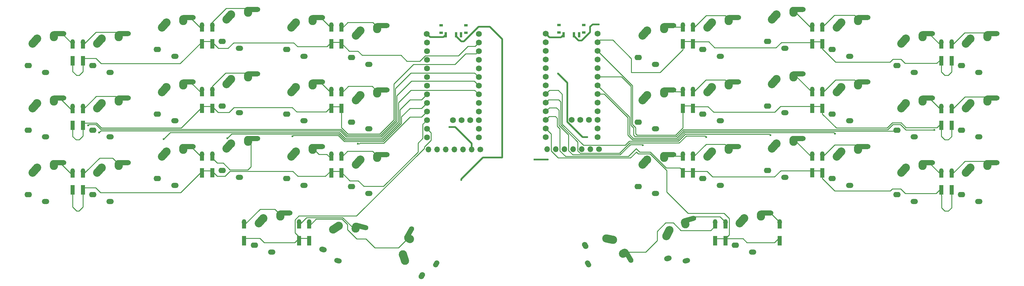
<source format=gbr>
%TF.GenerationSoftware,KiCad,Pcbnew,8.0.3*%
%TF.CreationDate,2024-08-02T01:30:14+01:00*%
%TF.ProjectId,corne-light-ice-trackball,636f726e-652d-46c6-9967-68742d696365,1.0*%
%TF.SameCoordinates,Original*%
%TF.FileFunction,Copper,L2,Bot*%
%TF.FilePolarity,Positive*%
%FSLAX46Y46*%
G04 Gerber Fmt 4.6, Leading zero omitted, Abs format (unit mm)*
G04 Created by KiCad (PCBNEW 8.0.3) date 2024-08-02 01:30:14*
%MOMM*%
%LPD*%
G01*
G04 APERTURE LIST*
G04 Aperture macros list*
%AMHorizOval*
0 Thick line with rounded ends*
0 $1 width*
0 $2 $3 position (X,Y) of the first rounded end (center of the circle)*
0 $4 $5 position (X,Y) of the second rounded end (center of the circle)*
0 Add line between two ends*
20,1,$1,$2,$3,$4,$5,0*
0 Add two circle primitives to create the rounded ends*
1,1,$1,$2,$3*
1,1,$1,$4,$5*%
G04 Aperture macros list end*
%TA.AperFunction,ComponentPad*%
%ADD10O,2.200000X1.600000*%
%TD*%
%TA.AperFunction,ComponentPad*%
%ADD11HorizOval,2.400000X-0.669131X-0.743145X0.669131X0.743145X0*%
%TD*%
%TA.AperFunction,ComponentPad*%
%ADD12C,2.400000*%
%TD*%
%TA.AperFunction,ComponentPad*%
%ADD13O,2.200000X1.500000*%
%TD*%
%TA.AperFunction,ComponentPad*%
%ADD14O,2.400000X2.950000*%
%TD*%
%TA.AperFunction,ComponentPad*%
%ADD15HorizOval,1.500000X1.449945X0.012653X-1.449945X-0.012653X0*%
%TD*%
%TA.AperFunction,ComponentPad*%
%ADD16HorizOval,1.600000X0.289778X0.077646X-0.289778X-0.077646X0*%
%TD*%
%TA.AperFunction,ComponentPad*%
%ADD17HorizOval,2.400000X-0.453990X-0.891007X0.453990X0.891007X0*%
%TD*%
%TA.AperFunction,ComponentPad*%
%ADD18HorizOval,1.500000X0.338074X0.090587X-0.338074X-0.090587X0*%
%TD*%
%TA.AperFunction,ComponentPad*%
%ADD19HorizOval,2.400000X-0.071175X0.265630X0.071175X-0.265630X0*%
%TD*%
%TA.AperFunction,ComponentPad*%
%ADD20HorizOval,1.500000X1.397264X0.387496X-1.397264X-0.387496X0*%
%TD*%
%TA.AperFunction,ComponentPad*%
%ADD21HorizOval,1.600000X0.150000X0.259808X-0.150000X-0.259808X0*%
%TD*%
%TA.AperFunction,ComponentPad*%
%ADD22HorizOval,2.400000X-0.309017X0.951057X0.309017X-0.951057X0*%
%TD*%
%TA.AperFunction,ComponentPad*%
%ADD23HorizOval,1.500000X0.175000X0.303109X-0.175000X-0.303109X0*%
%TD*%
%TA.AperFunction,ComponentPad*%
%ADD24HorizOval,2.400000X-0.238157X0.137500X0.238157X-0.137500X0*%
%TD*%
%TA.AperFunction,ComponentPad*%
%ADD25HorizOval,1.500000X0.714014X1.262016X-0.714014X-1.262016X0*%
%TD*%
%TA.AperFunction,ComponentPad*%
%ADD26HorizOval,1.600000X0.289778X-0.077646X-0.289778X0.077646X0*%
%TD*%
%TA.AperFunction,ComponentPad*%
%ADD27HorizOval,2.400000X-0.838671X-0.544639X0.838671X0.544639X0*%
%TD*%
%TA.AperFunction,ComponentPad*%
%ADD28HorizOval,1.500000X0.338074X-0.090587X-0.338074X0.090587X0*%
%TD*%
%TA.AperFunction,ComponentPad*%
%ADD29HorizOval,2.400000X-0.071175X-0.265630X0.071175X0.265630X0*%
%TD*%
%TA.AperFunction,ComponentPad*%
%ADD30HorizOval,1.500000X1.403814X-0.363051X-1.403814X0.363051X0*%
%TD*%
%TA.AperFunction,ComponentPad*%
%ADD31HorizOval,1.600000X0.150000X-0.259808X-0.150000X0.259808X0*%
%TD*%
%TA.AperFunction,ComponentPad*%
%ADD32HorizOval,2.400000X-0.978148X0.207912X0.978148X-0.207912X0*%
%TD*%
%TA.AperFunction,ComponentPad*%
%ADD33HorizOval,1.500000X0.175000X-0.303109X-0.175000X0.303109X0*%
%TD*%
%TA.AperFunction,ComponentPad*%
%ADD34HorizOval,2.400000X-0.238157X-0.137500X0.238157X0.137500X0*%
%TD*%
%TA.AperFunction,ComponentPad*%
%ADD35HorizOval,1.500000X0.735931X-1.249362X-0.735931X1.249362X0*%
%TD*%
%TA.AperFunction,ComponentPad*%
%ADD36C,1.700000*%
%TD*%
%TA.AperFunction,ComponentPad*%
%ADD37O,1.700000X1.700000*%
%TD*%
%TA.AperFunction,ComponentPad*%
%ADD38R,1.300000X1.778000*%
%TD*%
%TA.AperFunction,SMDPad,CuDef*%
%ADD39R,1.300000X1.400000*%
%TD*%
%TA.AperFunction,ComponentPad*%
%ADD40O,1.300000X1.778000*%
%TD*%
%TA.AperFunction,ComponentPad*%
%ADD41C,1.752600*%
%TD*%
%TA.AperFunction,SMDPad,CuDef*%
%ADD42R,0.700000X1.500000*%
%TD*%
%TA.AperFunction,SMDPad,CuDef*%
%ADD43R,1.000000X0.800000*%
%TD*%
%TA.AperFunction,ViaPad*%
%ADD44C,0.600000*%
%TD*%
%TA.AperFunction,Conductor*%
%ADD45C,0.250000*%
%TD*%
%TA.AperFunction,Conductor*%
%ADD46C,0.254000*%
%TD*%
%TA.AperFunction,Conductor*%
%ADD47C,0.500000*%
%TD*%
%TA.AperFunction,Conductor*%
%ADD48C,0.508000*%
%TD*%
G04 APERTURE END LIST*
D10*
%TO.P,SW22,1*%
%TO.N,col0_r*%
X216523000Y41865068D03*
D11*
X218492131Y49058213D03*
D12*
X219123000Y49765068D03*
D13*
%TO.P,SW22,2*%
%TO.N,Net-(D22-Pad2)*%
X221623000Y39865068D03*
D14*
X224123000Y50565068D03*
D15*
X225523042Y51305469D03*
%TD*%
D10*
%TO.P,SW23,1*%
%TO.N,col1_r*%
X197523000Y41865068D03*
D11*
X199492131Y49058213D03*
D12*
X200123000Y49765068D03*
D13*
%TO.P,SW23,2*%
%TO.N,Net-(D23-Pad2)*%
X202623000Y39865068D03*
D14*
X205123000Y50565068D03*
D15*
X206523042Y51305469D03*
%TD*%
D10*
%TO.P,SW24,1*%
%TO.N,col2_r*%
X178523000Y46615068D03*
D11*
X180492131Y53808213D03*
D12*
X181123000Y54515068D03*
D13*
%TO.P,SW24,2*%
%TO.N,Net-(D24-Pad2)*%
X183623000Y44615068D03*
D14*
X186123000Y55315068D03*
D15*
X187523042Y56055469D03*
%TD*%
D10*
%TO.P,SW25,1*%
%TO.N,col3_r*%
X159523000Y48990068D03*
D11*
X161492131Y56183213D03*
D12*
X162123000Y56890068D03*
D13*
%TO.P,SW25,2*%
%TO.N,Net-(D25-Pad2)*%
X164623000Y46990068D03*
D14*
X167123000Y57690068D03*
D15*
X168523042Y58430469D03*
%TD*%
D10*
%TO.P,SW26,1*%
%TO.N,col4_r*%
X140523000Y46615068D03*
D11*
X142492131Y53808213D03*
D12*
X143123000Y54515068D03*
D13*
%TO.P,SW26,2*%
%TO.N,Net-(D26-Pad2)*%
X145623000Y44615068D03*
D14*
X148123000Y55315068D03*
D15*
X149523042Y56055469D03*
%TD*%
D10*
%TO.P,SW27,1*%
%TO.N,col5_r*%
X121523000Y44240068D03*
D11*
X123492131Y51433213D03*
D12*
X124123000Y52140068D03*
D13*
%TO.P,SW27,2*%
%TO.N,Net-(D27-Pad2)*%
X126623000Y42240068D03*
D14*
X129123000Y52940068D03*
D15*
X130523042Y53680469D03*
%TD*%
D10*
%TO.P,SW28,1*%
%TO.N,col0_r*%
X216523000Y22865068D03*
D11*
X218492131Y30058213D03*
D12*
X219123000Y30765068D03*
D13*
%TO.P,SW28,2*%
%TO.N,Net-(D28-Pad2)*%
X221623000Y20865068D03*
D14*
X224123000Y31565068D03*
D15*
X225523042Y32305469D03*
%TD*%
D10*
%TO.P,SW29,1*%
%TO.N,col1_r*%
X197523000Y22865068D03*
D11*
X199492131Y30058213D03*
D12*
X200123000Y30765068D03*
D13*
%TO.P,SW29,2*%
%TO.N,Net-(D29-Pad2)*%
X202623000Y20865068D03*
D14*
X205123000Y31565068D03*
D15*
X206523042Y32305469D03*
%TD*%
D10*
%TO.P,SW30,1*%
%TO.N,col2_r*%
X178523000Y27615068D03*
D11*
X180492131Y34808213D03*
D12*
X181123000Y35515068D03*
D13*
%TO.P,SW30,2*%
%TO.N,Net-(D30-Pad2)*%
X183623000Y25615068D03*
D14*
X186123000Y36315068D03*
D15*
X187523042Y37055469D03*
%TD*%
D10*
%TO.P,SW31,1*%
%TO.N,col3_r*%
X159523000Y29990068D03*
D11*
X161492131Y37183213D03*
D12*
X162123000Y37890068D03*
D13*
%TO.P,SW31,2*%
%TO.N,Net-(D31-Pad2)*%
X164623000Y27990068D03*
D14*
X167123000Y38690068D03*
D15*
X168523042Y39430469D03*
%TD*%
D10*
%TO.P,SW32,1*%
%TO.N,col4_r*%
X140523000Y27615068D03*
D11*
X142492131Y34808213D03*
D12*
X143123000Y35515068D03*
D13*
%TO.P,SW32,2*%
%TO.N,Net-(D32-Pad2)*%
X145623000Y25615068D03*
D14*
X148123000Y36315068D03*
D15*
X149523042Y37055469D03*
%TD*%
D10*
%TO.P,SW33,1*%
%TO.N,col5_r*%
X121523000Y25240068D03*
D11*
X123492131Y32433213D03*
D12*
X124123000Y33140068D03*
D13*
%TO.P,SW33,2*%
%TO.N,Net-(D33-Pad2)*%
X126623000Y23240068D03*
D14*
X129123000Y33940068D03*
D15*
X130523042Y34680469D03*
%TD*%
D10*
%TO.P,SW34,1*%
%TO.N,col0_r*%
X216523000Y3865068D03*
D11*
X218492131Y11058213D03*
D12*
X219123000Y11765068D03*
D13*
%TO.P,SW34,2*%
%TO.N,Net-(D34-Pad2)*%
X221623000Y1865068D03*
D14*
X224123000Y12565068D03*
D15*
X225523042Y13305469D03*
%TD*%
D10*
%TO.P,SW35,1*%
%TO.N,col1_r*%
X197523000Y3865068D03*
D11*
X199492131Y11058213D03*
D12*
X200123000Y11765068D03*
D13*
%TO.P,SW35,2*%
%TO.N,Net-(D35-Pad2)*%
X202623000Y1865068D03*
D14*
X205123000Y12565068D03*
D15*
X206523042Y13305469D03*
%TD*%
D10*
%TO.P,SW36,1*%
%TO.N,col2_r*%
X178523000Y8615068D03*
D11*
X180492131Y15808213D03*
D12*
X181123000Y16515068D03*
D13*
%TO.P,SW36,2*%
%TO.N,Net-(D36-Pad2)*%
X183623000Y6615068D03*
D14*
X186123000Y17315068D03*
D15*
X187523042Y18055469D03*
%TD*%
D10*
%TO.P,SW37,1*%
%TO.N,col3_r*%
X159523000Y10990068D03*
D11*
X161492131Y18183213D03*
D12*
X162123000Y18890068D03*
D13*
%TO.P,SW37,2*%
%TO.N,Net-(D37-Pad2)*%
X164623000Y8990068D03*
D14*
X167123000Y19690068D03*
D15*
X168523042Y20430469D03*
%TD*%
D10*
%TO.P,SW38,1*%
%TO.N,col4_r*%
X140523000Y8615068D03*
D11*
X142492131Y15808213D03*
D12*
X143123000Y16515068D03*
D13*
%TO.P,SW38,2*%
%TO.N,Net-(D38-Pad2)*%
X145623000Y6615068D03*
D14*
X148123000Y17315068D03*
D15*
X149523042Y18055469D03*
%TD*%
D10*
%TO.P,SW40,1*%
%TO.N,col3_r*%
X150023000Y-11009932D03*
D11*
X151992131Y-3816787D03*
D12*
X152623000Y-3109932D03*
D13*
%TO.P,SW40,2*%
%TO.N,Net-(D40-Pad2)*%
X155123000Y-13009932D03*
D14*
X157623000Y-2309932D03*
D15*
X159023042Y-1569531D03*
%TD*%
D16*
%TO.P,SW41,1*%
%TO.N,col4_r*%
X130206173Y-14947020D03*
D17*
X130246483Y-7489327D03*
D12*
X130672909Y-6643276D03*
D18*
%TO.P,SW41,2*%
%TO.N,Net-(D41-Pad2)*%
X135650032Y-15558894D03*
D19*
X135295483Y-4576440D03*
D20*
X136456190Y-3498909D03*
%TD*%
D10*
%TO.P,SW39,1*%
%TO.N,col5_r*%
X121523000Y6240068D03*
D11*
X123492131Y13433213D03*
D12*
X124123000Y14140068D03*
D13*
%TO.P,SW39,2*%
%TO.N,Net-(D39-Pad2)*%
X126623000Y4240068D03*
D14*
X129123000Y14940068D03*
D15*
X130523042Y15680469D03*
%TD*%
D10*
%TO.P,SW6,1*%
%TO.N,col5*%
X37248000Y44240500D03*
D11*
X39217131Y51433645D03*
D12*
X39848000Y52140500D03*
D13*
%TO.P,SW6,2*%
%TO.N,Net-(D6-Pad2)*%
X42348000Y42240500D03*
D14*
X44848000Y52940500D03*
D15*
X46248042Y53680901D03*
%TD*%
D10*
%TO.P,SW5,1*%
%TO.N,col4*%
X18248000Y46615500D03*
D11*
X20217131Y53808645D03*
D12*
X20848000Y54515500D03*
D13*
%TO.P,SW5,2*%
%TO.N,Net-(D5-Pad2)*%
X23348000Y44615500D03*
D14*
X25848000Y55315500D03*
D15*
X27248042Y56055901D03*
%TD*%
D10*
%TO.P,SW4,1*%
%TO.N,col3*%
X-752000Y48990500D03*
D11*
X1217131Y56183645D03*
D12*
X1848000Y56890500D03*
D13*
%TO.P,SW4,2*%
%TO.N,Net-(D4-Pad2)*%
X4348000Y46990500D03*
D14*
X6848000Y57690500D03*
D15*
X8248042Y58430901D03*
%TD*%
D10*
%TO.P,SW3,1*%
%TO.N,col2*%
X-19752000Y46615500D03*
D11*
X-17782869Y53808645D03*
D12*
X-17152000Y54515500D03*
D13*
%TO.P,SW3,2*%
%TO.N,Net-(D3-Pad2)*%
X-14652000Y44615500D03*
D14*
X-12152000Y55315500D03*
D15*
X-10751958Y56055901D03*
%TD*%
D10*
%TO.P,SW2,1*%
%TO.N,col1*%
X-38752000Y41865500D03*
D11*
X-36782869Y49058645D03*
D12*
X-36152000Y49765500D03*
D13*
%TO.P,SW2,2*%
%TO.N,Net-(D2-Pad2)*%
X-33652000Y39865500D03*
D14*
X-31152000Y50565500D03*
D15*
X-29751958Y51305901D03*
%TD*%
D10*
%TO.P,SW18,1*%
%TO.N,col5*%
X37248000Y6240500D03*
D11*
X39217131Y13433645D03*
D12*
X39848000Y14140500D03*
D13*
%TO.P,SW18,2*%
%TO.N,Net-(D18-Pad2)*%
X42348000Y4240500D03*
D14*
X44848000Y14940500D03*
D15*
X46248042Y15680901D03*
%TD*%
D21*
%TO.P,SW21,1*%
%TO.N,col5*%
X57925499Y-19976230D03*
D22*
X52680618Y-14674340D03*
D12*
X52383898Y-13774564D03*
D23*
%TO.P,SW21,2*%
%TO.N,Net-(D21-Pad2)*%
X62207550Y-16559500D03*
D24*
X54191078Y-9044436D03*
D25*
X54249893Y-7461764D03*
%TD*%
D10*
%TO.P,SW13,1*%
%TO.N,col0*%
X-57752000Y3865500D03*
D11*
X-55782869Y11058645D03*
D12*
X-55152000Y11765500D03*
D13*
%TO.P,SW13,2*%
%TO.N,Net-(D13-Pad2)*%
X-52652000Y1865500D03*
D14*
X-50152000Y12565500D03*
D15*
X-48751958Y13305901D03*
%TD*%
D26*
%TO.P,SW20,1*%
%TO.N,col4*%
X28912384Y-12306634D03*
D27*
X32676141Y-5868238D03*
D12*
X33468462Y-5348749D03*
D28*
%TO.P,SW20,2*%
%TO.N,Net-(D20-Pad2)*%
X33320968Y-15558462D03*
D29*
X38505146Y-5870104D03*
D30*
X40049113Y-5517289D03*
%TD*%
D10*
%TO.P,SW19,1*%
%TO.N,col3*%
X8748000Y-11009500D03*
D11*
X10717131Y-3816355D03*
D12*
X11348000Y-3109500D03*
D13*
%TO.P,SW19,2*%
%TO.N,Net-(D19-Pad2)*%
X13848000Y-13009500D03*
D14*
X16348000Y-2309500D03*
D15*
X17748042Y-1569099D03*
%TD*%
D10*
%TO.P,SW17,1*%
%TO.N,col4*%
X18248000Y8615500D03*
D11*
X20217131Y15808645D03*
D12*
X20848000Y16515500D03*
D13*
%TO.P,SW17,2*%
%TO.N,Net-(D17-Pad2)*%
X23348000Y6615500D03*
D14*
X25848000Y17315500D03*
D15*
X27248042Y18055901D03*
%TD*%
D10*
%TO.P,SW16,1*%
%TO.N,col3*%
X-752000Y10990500D03*
D11*
X1217131Y18183645D03*
D12*
X1848000Y18890500D03*
D13*
%TO.P,SW16,2*%
%TO.N,Net-(D16-Pad2)*%
X4348000Y8990500D03*
D14*
X6848000Y19690500D03*
D15*
X8248042Y20430901D03*
%TD*%
D10*
%TO.P,SW15,1*%
%TO.N,col2*%
X-19752000Y8615500D03*
D11*
X-17782869Y15808645D03*
D12*
X-17152000Y16515500D03*
D13*
%TO.P,SW15,2*%
%TO.N,Net-(D15-Pad2)*%
X-14652000Y6615500D03*
D14*
X-12152000Y17315500D03*
D15*
X-10751958Y18055901D03*
%TD*%
D10*
%TO.P,SW14,1*%
%TO.N,col1*%
X-38752000Y3865500D03*
D11*
X-36782869Y11058645D03*
D12*
X-36152000Y11765500D03*
D13*
%TO.P,SW14,2*%
%TO.N,Net-(D14-Pad2)*%
X-33652000Y1865500D03*
D14*
X-31152000Y12565500D03*
D15*
X-29751958Y13305901D03*
%TD*%
D10*
%TO.P,SW12,1*%
%TO.N,col5*%
X37248000Y25240500D03*
D11*
X39217131Y32433645D03*
D12*
X39848000Y33140500D03*
D13*
%TO.P,SW12,2*%
%TO.N,Net-(D12-Pad2)*%
X42348000Y23240500D03*
D14*
X44848000Y33940500D03*
D15*
X46248042Y34680901D03*
%TD*%
D10*
%TO.P,SW11,1*%
%TO.N,col4*%
X18248000Y27615500D03*
D11*
X20217131Y34808645D03*
D12*
X20848000Y35515500D03*
D13*
%TO.P,SW11,2*%
%TO.N,Net-(D11-Pad2)*%
X23348000Y25615500D03*
D14*
X25848000Y36315500D03*
D15*
X27248042Y37055901D03*
%TD*%
D10*
%TO.P,SW10,1*%
%TO.N,col3*%
X-752000Y29990500D03*
D11*
X1217131Y37183645D03*
D12*
X1848000Y37890500D03*
D13*
%TO.P,SW10,2*%
%TO.N,Net-(D10-Pad2)*%
X4348000Y27990500D03*
D14*
X6848000Y38690500D03*
D15*
X8248042Y39430901D03*
%TD*%
D10*
%TO.P,SW9,1*%
%TO.N,col2*%
X-19752000Y27615500D03*
D11*
X-17782869Y34808645D03*
D12*
X-17152000Y35515500D03*
D13*
%TO.P,SW9,2*%
%TO.N,Net-(D9-Pad2)*%
X-14652000Y25615500D03*
D14*
X-12152000Y36315500D03*
D15*
X-10751958Y37055901D03*
%TD*%
D10*
%TO.P,SW8,1*%
%TO.N,col1*%
X-38752000Y22865500D03*
D11*
X-36782869Y30058645D03*
D12*
X-36152000Y30765500D03*
D13*
%TO.P,SW8,2*%
%TO.N,Net-(D8-Pad2)*%
X-33652000Y20865500D03*
D14*
X-31152000Y31565500D03*
D15*
X-29751958Y32305901D03*
%TD*%
D10*
%TO.P,SW7,1*%
%TO.N,col0*%
X-57752000Y22865500D03*
D11*
X-55782869Y30058645D03*
D12*
X-55152000Y30765500D03*
D13*
%TO.P,SW7,2*%
%TO.N,Net-(D7-Pad2)*%
X-52652000Y20865500D03*
D14*
X-50152000Y31565500D03*
D15*
X-48751958Y32305901D03*
%TD*%
D10*
%TO.P,SW1,1*%
%TO.N,col0*%
X-57752000Y41865500D03*
D11*
X-55782869Y49058645D03*
D12*
X-55152000Y49765500D03*
D13*
%TO.P,SW1,2*%
%TO.N,Net-(D1-Pad2)*%
X-52652000Y39865500D03*
D14*
X-50152000Y50565500D03*
D15*
X-48751958Y51305901D03*
%TD*%
D31*
%TO.P,SW42,1*%
%TO.N,col5_r*%
X105945501Y-11143202D03*
D32*
X113159513Y-9251947D03*
D12*
X114087102Y-9444868D03*
D33*
%TO.P,SW42,2*%
%TO.N,Net-(D42-Pad2)*%
X106763450Y-16559932D03*
D34*
X117279922Y-13374996D03*
D35*
X118621149Y-14217267D03*
%TD*%
D36*
%TO.P,J7,1*%
%TO.N,GNDA*%
X110033000Y17240500D03*
D37*
%TO.P,J7,2*%
%TO.N,+3V3*%
X107493000Y17240500D03*
%TO.P,J7,3*%
%TO.N,NCS*%
X104953000Y17240500D03*
%TO.P,J7,4*%
%TO.N,MISO*%
X102413000Y17240500D03*
%TO.P,J7,5*%
%TO.N,MOSI*%
X99873000Y17240500D03*
%TO.P,J7,6*%
%TO.N,SCLK*%
X97333000Y17240500D03*
%TO.P,J7,7*%
%TO.N,N/C*%
X94793000Y17240500D03*
%TD*%
D36*
%TO.P,J7,1*%
%TO.N,GND*%
X75083000Y17180500D03*
D37*
%TO.P,J7,2*%
%TO.N,+3V3_l*%
X72543000Y17180500D03*
%TO.P,J7,3*%
%TO.N,NCS_l*%
X70003000Y17180500D03*
%TO.P,J7,4*%
%TO.N,MISO_l*%
X67463000Y17180500D03*
%TO.P,J7,5*%
%TO.N,MOSI_l*%
X64923000Y17180500D03*
%TO.P,J7,6*%
%TO.N,SCLK_l*%
X62383000Y17180500D03*
%TO.P,J7,7*%
%TO.N,N/C*%
X59843000Y17180500D03*
%TD*%
D38*
%TO.P,D34,1*%
%TO.N,row2_r*%
X213623000Y4765068D03*
D39*
X213623000Y5990068D03*
%TO.P,D34,2*%
%TO.N,Net-(D34-Pad2)*%
X213623000Y9540068D03*
D40*
X213623000Y10765068D03*
%TD*%
D38*
%TO.P,D36,1*%
%TO.N,row2_r*%
X175623000Y9765068D03*
D39*
X175623000Y10990068D03*
%TO.P,D36,2*%
%TO.N,Net-(D36-Pad2)*%
X175623000Y14540068D03*
D40*
X175623000Y15765068D03*
%TD*%
D38*
%TO.P,D37,1*%
%TO.N,row2_r*%
X172623000Y9770068D03*
D39*
X172623000Y10995068D03*
%TO.P,D37,2*%
%TO.N,Net-(D37-Pad2)*%
X172623000Y14545068D03*
D40*
X172623000Y15770068D03*
%TD*%
D38*
%TO.P,D38,1*%
%TO.N,row2_r*%
X137623000Y9765068D03*
D39*
X137623000Y10990068D03*
%TO.P,D38,2*%
%TO.N,Net-(D38-Pad2)*%
X137623000Y14540068D03*
D40*
X137623000Y15765068D03*
%TD*%
D38*
%TO.P,D39,1*%
%TO.N,row2_r*%
X134623000Y9765068D03*
D39*
X134623000Y10990068D03*
%TO.P,D39,2*%
%TO.N,Net-(D39-Pad2)*%
X134623000Y14540068D03*
D40*
X134623000Y15765068D03*
%TD*%
D38*
%TO.P,D40,1*%
%TO.N,row3_r*%
X163123000Y-10244932D03*
D39*
X163123000Y-9019932D03*
%TO.P,D40,2*%
%TO.N,Net-(D40-Pad2)*%
X163123000Y-5469932D03*
D40*
X163123000Y-4244932D03*
%TD*%
D38*
%TO.P,D41,1*%
%TO.N,row3_r*%
X147133000Y-10229932D03*
D39*
X147133000Y-9004932D03*
%TO.P,D41,2*%
%TO.N,Net-(D41-Pad2)*%
X147133000Y-5454932D03*
D40*
X147133000Y-4229932D03*
%TD*%
D38*
%TO.P,D42,1*%
%TO.N,row3_r*%
X144133000Y-10229932D03*
D39*
X144133000Y-9004932D03*
%TO.P,D42,2*%
%TO.N,Net-(D42-Pad2)*%
X144133000Y-5454932D03*
D40*
X144133000Y-4229932D03*
%TD*%
D38*
%TO.P,D22,1*%
%TO.N,row0_r*%
X213623000Y42765068D03*
D39*
X213623000Y43990068D03*
%TO.P,D22,2*%
%TO.N,Net-(D22-Pad2)*%
X213623000Y47540068D03*
D40*
X213623000Y48765068D03*
%TD*%
D38*
%TO.P,D23,1*%
%TO.N,row0_r*%
X210623000Y42765068D03*
D39*
X210623000Y43990068D03*
%TO.P,D23,2*%
%TO.N,Net-(D23-Pad2)*%
X210623000Y47540068D03*
D40*
X210623000Y48765068D03*
%TD*%
D38*
%TO.P,D24,1*%
%TO.N,row0_r*%
X175623000Y47765068D03*
D39*
X175623000Y48990068D03*
%TO.P,D24,2*%
%TO.N,Net-(D24-Pad2)*%
X175623000Y52540068D03*
D40*
X175623000Y53765068D03*
%TD*%
D38*
%TO.P,D25,1*%
%TO.N,row0_r*%
X172623000Y47770068D03*
D39*
X172623000Y48995068D03*
%TO.P,D25,2*%
%TO.N,Net-(D25-Pad2)*%
X172623000Y52545068D03*
D40*
X172623000Y53770068D03*
%TD*%
D38*
%TO.P,D26,1*%
%TO.N,row0_r*%
X137623000Y47765068D03*
D39*
X137623000Y48990068D03*
%TO.P,D26,2*%
%TO.N,Net-(D26-Pad2)*%
X137623000Y52540068D03*
D40*
X137623000Y53765068D03*
%TD*%
D38*
%TO.P,D27,1*%
%TO.N,row0_r*%
X134623000Y47765068D03*
D39*
X134623000Y48990068D03*
%TO.P,D27,2*%
%TO.N,Net-(D27-Pad2)*%
X134623000Y52540068D03*
D40*
X134623000Y53765068D03*
%TD*%
D38*
%TO.P,D28,1*%
%TO.N,row1_r*%
X213623000Y23765068D03*
D39*
X213623000Y24990068D03*
%TO.P,D28,2*%
%TO.N,Net-(D28-Pad2)*%
X213623000Y28540068D03*
D40*
X213623000Y29765068D03*
%TD*%
D38*
%TO.P,D29,1*%
%TO.N,row1_r*%
X210623000Y23765068D03*
D39*
X210623000Y24990068D03*
%TO.P,D29,2*%
%TO.N,Net-(D29-Pad2)*%
X210623000Y28540068D03*
D40*
X210623000Y29765068D03*
%TD*%
D38*
%TO.P,D30,1*%
%TO.N,row1_r*%
X175623000Y28765068D03*
D39*
X175623000Y29990068D03*
%TO.P,D30,2*%
%TO.N,Net-(D30-Pad2)*%
X175623000Y33540068D03*
D40*
X175623000Y34765068D03*
%TD*%
D38*
%TO.P,D31,1*%
%TO.N,row1_r*%
X172623000Y28770068D03*
D39*
X172623000Y29995068D03*
%TO.P,D31,2*%
%TO.N,Net-(D31-Pad2)*%
X172623000Y33545068D03*
D40*
X172623000Y34770068D03*
%TD*%
D38*
%TO.P,D32,1*%
%TO.N,row1_r*%
X137623000Y28765068D03*
D39*
X137623000Y29990068D03*
%TO.P,D32,2*%
%TO.N,Net-(D32-Pad2)*%
X137623000Y33540068D03*
D40*
X137623000Y34765068D03*
%TD*%
D38*
%TO.P,D14,1*%
%TO.N,row2*%
X-41652000Y4765500D03*
D39*
X-41652000Y5990500D03*
%TO.P,D14,2*%
%TO.N,Net-(D14-Pad2)*%
X-41652000Y9540500D03*
D40*
X-41652000Y10765500D03*
%TD*%
D38*
%TO.P,D8,1*%
%TO.N,row1*%
X-41652000Y23765500D03*
D39*
X-41652000Y24990500D03*
%TO.P,D8,2*%
%TO.N,Net-(D8-Pad2)*%
X-41652000Y28540500D03*
D40*
X-41652000Y29765500D03*
%TD*%
D38*
%TO.P,D2,1*%
%TO.N,row0*%
X-41652000Y42765500D03*
D39*
X-41652000Y43990500D03*
%TO.P,D2,2*%
%TO.N,Net-(D2-Pad2)*%
X-41652000Y47540500D03*
D40*
X-41652000Y48765500D03*
%TD*%
D38*
%TO.P,D33,1*%
%TO.N,row1_r*%
X134623000Y28765068D03*
D39*
X134623000Y29990068D03*
%TO.P,D33,2*%
%TO.N,Net-(D33-Pad2)*%
X134623000Y33540068D03*
D40*
X134623000Y34765068D03*
%TD*%
D38*
%TO.P,D21,1*%
%TO.N,row3*%
X24848000Y-10219500D03*
D39*
X24848000Y-8994500D03*
%TO.P,D21,2*%
%TO.N,Net-(D21-Pad2)*%
X24848000Y-5444500D03*
D40*
X24848000Y-4219500D03*
%TD*%
D38*
%TO.P,D20,1*%
%TO.N,row3*%
X21848000Y-10219500D03*
D39*
X21848000Y-8994500D03*
%TO.P,D20,2*%
%TO.N,Net-(D20-Pad2)*%
X21848000Y-5444500D03*
D40*
X21848000Y-4219500D03*
%TD*%
D38*
%TO.P,D19,1*%
%TO.N,row3*%
X5668000Y-10224500D03*
D39*
X5668000Y-8999500D03*
%TO.P,D19,2*%
%TO.N,Net-(D19-Pad2)*%
X5668000Y-5449500D03*
D40*
X5668000Y-4224500D03*
%TD*%
D38*
%TO.P,D18,1*%
%TO.N,row2*%
X34348000Y9765500D03*
D39*
X34348000Y10990500D03*
%TO.P,D18,2*%
%TO.N,Net-(D18-Pad2)*%
X34348000Y14540500D03*
D40*
X34348000Y15765500D03*
%TD*%
D38*
%TO.P,D17,1*%
%TO.N,row2*%
X31348000Y9765500D03*
D39*
X31348000Y10990500D03*
%TO.P,D17,2*%
%TO.N,Net-(D17-Pad2)*%
X31348000Y14540500D03*
D40*
X31348000Y15765500D03*
%TD*%
D38*
%TO.P,D16,1*%
%TO.N,row2*%
X-3652000Y9770500D03*
D39*
X-3652000Y10995500D03*
%TO.P,D16,2*%
%TO.N,Net-(D16-Pad2)*%
X-3652000Y14545500D03*
D40*
X-3652000Y15770500D03*
%TD*%
D38*
%TO.P,D15,1*%
%TO.N,row2*%
X-6652000Y9765500D03*
D39*
X-6652000Y10990500D03*
%TO.P,D15,2*%
%TO.N,Net-(D15-Pad2)*%
X-6652000Y14540500D03*
D40*
X-6652000Y15765500D03*
%TD*%
D38*
%TO.P,D13,1*%
%TO.N,row2*%
X-44652000Y4768625D03*
D39*
X-44652000Y5993625D03*
%TO.P,D13,2*%
%TO.N,Net-(D13-Pad2)*%
X-44652000Y9543625D03*
D40*
X-44652000Y10768625D03*
%TD*%
D38*
%TO.P,D12,1*%
%TO.N,row1*%
X34348000Y28765500D03*
D39*
X34348000Y29990500D03*
%TO.P,D12,2*%
%TO.N,Net-(D12-Pad2)*%
X34348000Y33540500D03*
D40*
X34348000Y34765500D03*
%TD*%
D38*
%TO.P,D11,1*%
%TO.N,row1*%
X31348000Y28765500D03*
D39*
X31348000Y29990500D03*
%TO.P,D11,2*%
%TO.N,Net-(D11-Pad2)*%
X31348000Y33540500D03*
D40*
X31348000Y34765500D03*
%TD*%
D38*
%TO.P,D10,1*%
%TO.N,row1*%
X-3652000Y28770500D03*
D39*
X-3652000Y29995500D03*
%TO.P,D10,2*%
%TO.N,Net-(D10-Pad2)*%
X-3652000Y33545500D03*
D40*
X-3652000Y34770500D03*
%TD*%
D38*
%TO.P,D9,1*%
%TO.N,row1*%
X-6652000Y28765500D03*
D39*
X-6652000Y29990500D03*
%TO.P,D9,2*%
%TO.N,Net-(D9-Pad2)*%
X-6652000Y33540500D03*
D40*
X-6652000Y34765500D03*
%TD*%
D38*
%TO.P,D7,1*%
%TO.N,row1*%
X-44652000Y23768625D03*
D39*
X-44652000Y24993625D03*
%TO.P,D7,2*%
%TO.N,Net-(D7-Pad2)*%
X-44652000Y28543625D03*
D40*
X-44652000Y29768625D03*
%TD*%
D38*
%TO.P,D6,1*%
%TO.N,row0*%
X34348000Y47765500D03*
D39*
X34348000Y48990500D03*
%TO.P,D6,2*%
%TO.N,Net-(D6-Pad2)*%
X34348000Y52540500D03*
D40*
X34348000Y53765500D03*
%TD*%
D38*
%TO.P,D5,1*%
%TO.N,row0*%
X31348000Y47765500D03*
D39*
X31348000Y48990500D03*
%TO.P,D5,2*%
%TO.N,Net-(D5-Pad2)*%
X31348000Y52540500D03*
D40*
X31348000Y53765500D03*
%TD*%
D38*
%TO.P,D4,1*%
%TO.N,row0*%
X-3652000Y47770500D03*
D39*
X-3652000Y48995500D03*
%TO.P,D4,2*%
%TO.N,Net-(D4-Pad2)*%
X-3652000Y52545500D03*
D40*
X-3652000Y53770500D03*
%TD*%
D38*
%TO.P,D3,1*%
%TO.N,row0*%
X-6652000Y47765500D03*
D39*
X-6652000Y48990500D03*
%TO.P,D3,2*%
%TO.N,Net-(D3-Pad2)*%
X-6652000Y52540500D03*
D40*
X-6652000Y53765500D03*
%TD*%
D38*
%TO.P,D1,1*%
%TO.N,row0*%
X-44652000Y42768625D03*
D39*
X-44652000Y43993625D03*
%TO.P,D1,2*%
%TO.N,Net-(D1-Pad2)*%
X-44652000Y47543625D03*
D40*
X-44652000Y48768625D03*
%TD*%
D38*
%TO.P,D35,1*%
%TO.N,row2_r*%
X210623000Y4765068D03*
D39*
X210623000Y5990068D03*
%TO.P,D35,2*%
%TO.N,Net-(D35-Pad2)*%
X210623000Y9540068D03*
D40*
X210623000Y10765068D03*
%TD*%
D41*
%TO.P,U1,1*%
%TO.N,N/C*%
X109623000Y51280500D03*
%TO.N,row0_r*%
X109623000Y48740500D03*
%TO.P,U1,2*%
%TO.N,row1_r*%
X109623000Y46200500D03*
%TO.P,U1,3*%
%TO.N,N/C*%
X109623000Y43660500D03*
%TO.P,U1,4*%
X109623000Y41120500D03*
%TO.P,U1,5*%
%TO.N,col0_r*%
X109623000Y38580500D03*
%TO.P,U1,6*%
%TO.N,col1_r*%
X109623000Y36040500D03*
%TO.P,U1,7*%
%TO.N,col2_r*%
X109623000Y33500500D03*
%TO.P,U1,8*%
%TO.N,SCLK*%
X109623000Y30960500D03*
%TO.P,U1,9*%
%TO.N,MOSI*%
X109623000Y28420500D03*
%TO.P,U1,10*%
%TO.N,MISO*%
X109623000Y25880500D03*
%TO.P,U1,11*%
%TO.N,NCS*%
X109623000Y23340500D03*
%TO.P,U1,12*%
%TO.N,N/C*%
X109623000Y20800500D03*
%TO.P,U1,13*%
X94383000Y20800500D03*
%TO.P,U1,14*%
%TO.N,row3_r*%
X94383000Y23340500D03*
%TO.P,U1,15*%
%TO.N,row2_r*%
X94383000Y25880500D03*
%TO.P,U1,16*%
%TO.N,col5_r*%
X94383000Y28420500D03*
%TO.P,U1,17*%
%TO.N,col4_r*%
X94383000Y30960500D03*
%TO.P,U1,18*%
%TO.N,col3_r*%
X94383000Y33500500D03*
%TO.P,U1,19*%
%TO.N,N/C*%
X94383000Y36040500D03*
%TO.P,U1,20*%
X94383000Y38580500D03*
%TO.P,U1,21*%
%TO.N,+3V3*%
X94383000Y41120500D03*
%TO.P,U1,22*%
%TO.N,reset_r*%
X94383000Y43660500D03*
%TO.P,U1,23*%
%TO.N,GNDA*%
X94383000Y46200500D03*
%TO.P,U1,24*%
%TO.N,N/C*%
X94383000Y48740500D03*
%TO.P,U1,25*%
%TO.N,RAW_r*%
X94356715Y51280500D03*
%TO.P,U1,31*%
%TO.N,N/C*%
X107083000Y25880500D03*
%TO.P,U1,32*%
X104543000Y25880500D03*
%TO.P,U1,33*%
X102003000Y25880500D03*
%TD*%
D42*
%TO.P,PSW2,1,A*%
%TO.N,RAW_r*%
X99623000Y50990500D03*
%TO.P,PSW2,2,B*%
%TO.N,VCC_r*%
X102623000Y50990500D03*
%TO.P,PSW2,3,C*%
%TO.N,N/C*%
X104123000Y50990500D03*
D43*
%TO.P,PSW2,4*%
X98223000Y53840500D03*
%TO.P,PSW2,5*%
X98223000Y51640500D03*
%TO.P,PSW2,6*%
X105523000Y51640500D03*
%TO.P,PSW2,7*%
X105523000Y53840500D03*
%TD*%
D41*
%TO.P,U1,1*%
%TO.N,N/C*%
X74673000Y51220500D03*
%TO.N,row0*%
X74673000Y48680500D03*
%TO.P,U1,2*%
%TO.N,row1*%
X74673000Y46140500D03*
%TO.P,U1,3*%
%TO.N,N/C*%
X74673000Y43600500D03*
%TO.P,U1,4*%
X74673000Y41060500D03*
%TO.P,U1,5*%
%TO.N,col0*%
X74673000Y38520500D03*
%TO.P,U1,6*%
%TO.N,col1*%
X74673000Y35980500D03*
%TO.P,U1,7*%
%TO.N,col2*%
X74673000Y33440500D03*
%TO.P,U1,8*%
%TO.N,SCLK_l*%
X74673000Y30900500D03*
%TO.P,U1,9*%
%TO.N,MOSI_l*%
X74673000Y28360500D03*
%TO.P,U1,10*%
%TO.N,MISO_l*%
X74673000Y25820500D03*
%TO.P,U1,11*%
%TO.N,NCS_l*%
X74673000Y23280500D03*
%TO.P,U1,12*%
%TO.N,N/C*%
X74673000Y20740500D03*
%TO.P,U1,13*%
X59433000Y20740500D03*
%TO.P,U1,14*%
%TO.N,row3*%
X59433000Y23280500D03*
%TO.P,U1,15*%
%TO.N,row2*%
X59433000Y25820500D03*
%TO.P,U1,16*%
%TO.N,col5*%
X59433000Y28360500D03*
%TO.P,U1,17*%
%TO.N,col4*%
X59433000Y30900500D03*
%TO.P,U1,18*%
%TO.N,col3*%
X59433000Y33440500D03*
%TO.P,U1,19*%
%TO.N,N/C*%
X59433000Y35980500D03*
%TO.P,U1,20*%
X59433000Y38520500D03*
%TO.P,U1,21*%
%TO.N,+3V3_l*%
X59433000Y41060500D03*
%TO.P,U1,22*%
%TO.N,reset_l*%
X59433000Y43600500D03*
%TO.P,U1,23*%
%TO.N,GND*%
X59433000Y46140500D03*
%TO.P,U1,24*%
%TO.N,N/C*%
X59433000Y48680500D03*
%TO.P,U1,25*%
%TO.N,RAW_l*%
X59406715Y51220500D03*
%TO.P,U1,31*%
%TO.N,N/C*%
X72133000Y25820500D03*
%TO.P,U1,32*%
X69593000Y25820500D03*
%TO.P,U1,33*%
X67053000Y25820500D03*
%TD*%
D42*
%TO.P,PSW2,1,A*%
%TO.N,RAW_l*%
X64973000Y50930500D03*
%TO.P,PSW2,2,B*%
%TO.N,VCC_l*%
X67973000Y50930500D03*
%TO.P,PSW2,3,C*%
%TO.N,N/C*%
X69473000Y50930500D03*
D43*
%TO.P,PSW2,4*%
X63573000Y53780500D03*
%TO.P,PSW2,5*%
X63573000Y51580500D03*
%TO.P,PSW2,6*%
X70873000Y51580500D03*
%TO.P,PSW2,7*%
X70873000Y53780500D03*
%TD*%
D44*
%TO.N,col0*%
X-40142000Y24275500D03*
%TO.N,col1*%
X-36855000Y22191500D03*
%TO.N,col2*%
X-17955000Y20224490D03*
%TO.N,col3*%
X798000Y20495500D03*
%TO.N,col4*%
X19958000Y21065500D03*
%TO.N,col5*%
X39145000Y18850438D03*
%TO.N,col0_r*%
X208583000Y22968058D03*
%TO.N,col2_r*%
X179320870Y21838058D03*
%TO.N,col3_r*%
X160383000Y21384047D03*
%TO.N,col4_r*%
X141461950Y20851086D03*
%TO.N,col5_r*%
X122883000Y18445080D03*
%TO.N,GNDA*%
X91023000Y14240500D03*
X94923000Y14240500D03*
%TO.N,VCC_r*%
X109923000Y54040500D03*
%TO.N,+3V3*%
X97973000Y39490500D03*
X106573000Y20840500D03*
%TO.N,+3V3_l*%
X66023000Y23740500D03*
%TO.N,VCC_l*%
X69523000Y8190500D03*
%TD*%
D45*
%TO.N,row0*%
X-41642000Y42755500D02*
X-41642000Y40137869D01*
D46*
X-1838000Y46971500D02*
X995000Y46971500D01*
X40415000Y44911500D02*
X51835000Y44911500D01*
X53545000Y43201500D02*
X57332276Y43201500D01*
X51835000Y44911500D02*
X53545000Y43201500D01*
D45*
X-3652000Y47770500D02*
X-3652000Y48995500D01*
D46*
X31483000Y48775500D02*
X34348000Y48775500D01*
X20295000Y48621500D02*
X21455000Y47461500D01*
D45*
X-41642000Y40137869D02*
X-42754369Y39025500D01*
D46*
X34358000Y48775500D02*
X34358000Y48400500D01*
X73583000Y47590500D02*
X74673000Y48680500D01*
X58934576Y44803800D02*
X68686300Y44803800D01*
X2645000Y48621500D02*
X20295000Y48621500D01*
D45*
X-43529631Y39025500D02*
X-44642000Y40137869D01*
D46*
X57332276Y43201500D02*
X58934576Y44803800D01*
X21455000Y47461500D02*
X30044000Y47461500D01*
D45*
X-41652000Y42765500D02*
X-41652000Y43990500D01*
D46*
X995000Y46971500D02*
X2645000Y48621500D01*
D45*
X-6652000Y47765500D02*
X-6652000Y48990500D01*
D46*
X-36265000Y42471500D02*
X-13071000Y42471500D01*
D45*
X-42754369Y39025500D02*
X-43529631Y39025500D01*
D46*
X39155000Y46171500D02*
X40415000Y44911500D01*
X-37819000Y44025500D02*
X-36265000Y42471500D01*
X-3892000Y49025500D02*
X-1838000Y46971500D01*
D45*
X-44652000Y42768625D02*
X-44652000Y43993625D01*
D46*
X34358000Y48400500D02*
X36587000Y46171500D01*
X-41642000Y44025500D02*
X-37819000Y44025500D01*
X36587000Y46171500D02*
X39155000Y46171500D01*
X-13071000Y42471500D02*
X-6517000Y49025500D01*
D45*
X34348000Y47765500D02*
X34348000Y48990500D01*
D46*
X68686300Y44803800D02*
X71473000Y47590500D01*
X-6517000Y49025500D02*
X-3892000Y49025500D01*
D45*
X31348000Y47765500D02*
X31348000Y48990500D01*
X-44642000Y40137869D02*
X-44642000Y42758625D01*
D46*
X30044000Y47461500D02*
X31358000Y48775500D01*
X71473000Y47590500D02*
X73583000Y47590500D01*
%TO.N,Net-(D1-Pad2)*%
X-47337000Y50845500D02*
X-44642000Y48150500D01*
D45*
X-44652000Y48768625D02*
X-44652000Y47543625D01*
D46*
X-44642000Y48150500D02*
X-44642000Y47400500D01*
%TO.N,row1*%
X34348000Y29775500D02*
X34348000Y28765500D01*
X47315000Y23491500D02*
X49680989Y25857489D01*
X-37651011Y24977511D02*
X-36231041Y23557541D01*
X-41582989Y24977511D02*
X-37651011Y24977511D01*
X21155000Y28271500D02*
X29854000Y28271500D01*
X31358000Y29775500D02*
X34348000Y29775500D01*
X-12734959Y23557541D02*
X-6392000Y29900500D01*
X19865000Y29561500D02*
X21155000Y28271500D01*
X-1928000Y28061500D02*
X1265000Y28061500D01*
X-3642000Y29775500D02*
X-1928000Y28061500D01*
X73873000Y45340500D02*
X74673000Y46140500D01*
D45*
X36156940Y21779560D02*
X34348000Y23588500D01*
X34348000Y28765500D02*
X34348000Y29990500D01*
D46*
X70773000Y45340500D02*
X73873000Y45340500D01*
D45*
X47315000Y23491500D02*
X45603060Y21779560D01*
D46*
X-6392000Y29900500D02*
X-3642000Y29900500D01*
X-36231041Y23557541D02*
X-12734959Y23557541D01*
D45*
X-41652000Y23765500D02*
X-41652000Y24990500D01*
X-42741738Y20025500D02*
X-43642000Y20025500D01*
X34348000Y23588500D02*
X34348000Y28765500D01*
X-3652000Y28770500D02*
X-3652000Y29995500D01*
D46*
X2765000Y29561500D02*
X19865000Y29561500D01*
X55457300Y42263800D02*
X67696300Y42263800D01*
D45*
X31348000Y28765500D02*
X31348000Y29990500D01*
X45603060Y21779560D02*
X36156940Y21779560D01*
D46*
X49680989Y25857489D02*
X49680990Y36487490D01*
D45*
X-44642000Y21025500D02*
X-44642000Y23758625D01*
X-41642000Y23755500D02*
X-41642000Y21125238D01*
X-6652000Y28765500D02*
X-6652000Y29990500D01*
X-43642000Y20025500D02*
X-44642000Y21025500D01*
D46*
X-41652000Y23765500D02*
X-41652000Y24908500D01*
D45*
X-44652000Y23768625D02*
X-44652000Y24993625D01*
D46*
X1265000Y28061500D02*
X2765000Y29561500D01*
X29854000Y28271500D02*
X31358000Y29775500D01*
X67696300Y42263800D02*
X70773000Y45340500D01*
D45*
X-41642000Y21125238D02*
X-42741738Y20025500D01*
D46*
X49680990Y36487490D02*
X55457300Y42263800D01*
%TO.N,Net-(D2-Pad2)*%
X-31112000Y50845500D02*
X-32002000Y51735500D01*
D45*
X-41652000Y48765500D02*
X-41652000Y47540500D01*
D46*
X-37807000Y51735500D02*
X-41642000Y47900500D01*
X-32002000Y51735500D02*
X-37807000Y51735500D01*
D45*
%TO.N,row2*%
X36783000Y7975500D02*
X39248000Y7975500D01*
D46*
X-6517000Y10900500D02*
X-3767000Y10900500D01*
D45*
X-41652000Y4765500D02*
X-41652000Y5990500D01*
D46*
X31108000Y10775500D02*
X34108000Y10775500D01*
X-3767000Y10900500D02*
X-2138000Y9271500D01*
X104000Y9271500D02*
X1554000Y10721500D01*
D45*
X-3652000Y9770500D02*
X-3652000Y10995500D01*
X-44652000Y4768625D02*
X-44652000Y5993625D01*
D46*
X56792400Y16411500D02*
X56792400Y19009900D01*
X56792400Y19009900D02*
X58229700Y20447200D01*
D45*
X31348000Y10990500D02*
X31348000Y9765500D01*
X-6652000Y9765500D02*
X-6652000Y10990500D01*
D46*
X46716400Y6335500D02*
X56792400Y16411500D01*
X-2138000Y9271500D02*
X104000Y9271500D01*
D45*
X-41642000Y213000D02*
X-41642000Y4755500D01*
D46*
X41008000Y6335500D02*
X46716400Y6335500D01*
D45*
X-43454500Y-974500D02*
X-42829500Y-974500D01*
X34358000Y10400500D02*
X36783000Y7975500D01*
D46*
X58229700Y24617200D02*
X59433000Y25820500D01*
D45*
X40888000Y6335500D02*
X40998000Y6335500D01*
X34358000Y10650500D02*
X34358000Y10400500D01*
D46*
X1554000Y10721500D02*
X20035000Y10721500D01*
D45*
X-44642000Y4758625D02*
X-44642000Y213000D01*
X-44642000Y213000D02*
X-43454500Y-974500D01*
X34348000Y9765500D02*
X34348000Y10990500D01*
D46*
X-41392000Y5900500D02*
X-37904000Y5900500D01*
X-12966000Y4451500D02*
X-6767000Y10650500D01*
X29594000Y9261500D02*
X31108000Y10775500D01*
D45*
X-42829500Y-974500D02*
X-41642000Y213000D01*
D46*
X-36455000Y4451500D02*
X-12966000Y4451500D01*
X-37904000Y5900500D02*
X-36455000Y4451500D01*
X58229700Y20447200D02*
X58229700Y24617200D01*
X21495000Y9261500D02*
X29594000Y9261500D01*
X20035000Y10721500D02*
X21495000Y9261500D01*
D45*
X39248000Y7975500D02*
X40888000Y6335500D01*
D46*
%TO.N,Net-(D3-Pad2)*%
X-9712000Y55595500D02*
X-6767000Y52650500D01*
D45*
X-6652000Y53765500D02*
X-6652000Y52540500D01*
D46*
%TO.N,row3*%
X26362692Y-2408500D02*
X26370712Y-2400480D01*
D45*
X5668000Y-10224500D02*
X5668000Y-8999500D01*
D46*
X20645000Y-7386500D02*
X20645000Y-3562500D01*
D45*
X21848000Y-10219500D02*
X21848000Y-8994500D01*
D46*
X5733000Y-8974500D02*
X10381000Y-8974500D01*
X21858000Y-8974500D02*
X24733000Y-8974500D01*
X58666000Y17512500D02*
X58666000Y17933500D01*
X11626000Y-10219500D02*
X20613000Y-10219500D01*
X35156047Y-2400479D02*
X35164068Y-2408500D01*
X60636300Y22077200D02*
X59433000Y23280500D01*
X20613000Y-10219500D02*
X21858000Y-8974500D01*
X21848000Y-8589500D02*
X20645000Y-7386500D01*
X26370712Y-2400480D02*
X35156047Y-2400479D01*
X35164068Y-2408500D02*
X38745000Y-2408500D01*
X20645000Y-3562500D02*
X21799000Y-2408500D01*
X21799000Y-2408500D02*
X26362692Y-2408500D01*
X60636300Y19903800D02*
X60636300Y22077200D01*
X38745000Y-2408500D02*
X58666000Y17512500D01*
X58666000Y17933500D02*
X60636300Y19903800D01*
D45*
X24848000Y-10219500D02*
X24848000Y-8994500D01*
D46*
X10381000Y-8974500D02*
X11626000Y-10219500D01*
D45*
%TO.N,Net-(D4-Pad2)*%
X-3652000Y53770500D02*
X-3652000Y52545500D01*
D46*
X6123000Y58735500D02*
X418000Y58735500D01*
X-3642000Y54675500D02*
X-3642000Y52650500D01*
X418000Y58735500D02*
X-3642000Y54675500D01*
D45*
%TO.N,Net-(D5-Pad2)*%
X31348000Y53765500D02*
X31348000Y52540500D01*
D46*
X28663000Y55595500D02*
X31358000Y52900500D01*
%TO.N,Net-(D6-Pad2)*%
X44888000Y53220500D02*
X43503000Y54605500D01*
X36188000Y54605500D02*
X34358000Y52775500D01*
D45*
X34348000Y53765500D02*
X34348000Y52540500D01*
D46*
X43503000Y54605500D02*
X36188000Y54605500D01*
%TO.N,Net-(D7-Pad2)*%
X-47972000Y31845500D02*
X-44652000Y28525500D01*
D45*
X-44652000Y29768625D02*
X-44652000Y28543625D01*
D46*
%TO.N,Net-(D8-Pad2)*%
X-32082000Y32815500D02*
X-37727000Y32815500D01*
X-31112000Y31845500D02*
X-32082000Y32815500D01*
X-37727000Y32815500D02*
X-41652000Y28890500D01*
D45*
X-41652000Y29765500D02*
X-41652000Y28540500D01*
D46*
%TO.N,Net-(D9-Pad2)*%
X-9587000Y36595500D02*
X-6767000Y33775500D01*
D45*
X-6652000Y34765500D02*
X-6652000Y33540500D01*
D46*
%TO.N,Net-(D10-Pad2)*%
X-3652000Y35795500D02*
X-3652000Y34770500D01*
X238000Y39685500D02*
X-3652000Y35795500D01*
D45*
X-3652000Y34770500D02*
X-3652000Y33545500D01*
D46*
X6173000Y39685500D02*
X238000Y39685500D01*
%TO.N,Net-(D11-Pad2)*%
X28538000Y36595500D02*
X31358000Y33775500D01*
D45*
X31348000Y34765500D02*
X31348000Y33540500D01*
D46*
%TO.N,Net-(D12-Pad2)*%
X44888000Y34220500D02*
X43333000Y35775500D01*
D45*
X34348000Y34765500D02*
X34348000Y33540500D01*
D46*
X43333000Y35775500D02*
X36358000Y35775500D01*
X36358000Y35775500D02*
X34358000Y33775500D01*
D45*
%TO.N,Net-(D13-Pad2)*%
X-44652000Y10768625D02*
X-44652000Y9543625D01*
D46*
X-47962000Y12845500D02*
X-44767000Y9650500D01*
%TO.N,Net-(D14-Pad2)*%
X-40517000Y10900500D02*
X-40527000Y10900500D01*
D45*
X-41652000Y10765500D02*
X-41652000Y9540500D01*
D46*
X-32932000Y14665500D02*
X-36752000Y14665500D01*
X-31112000Y12845500D02*
X-32932000Y14665500D01*
X-40527000Y10900500D02*
X-41652000Y9775500D01*
X-36752000Y14665500D02*
X-40517000Y10900500D01*
D45*
%TO.N,Net-(D15-Pad2)*%
X-6652000Y15765500D02*
X-6652000Y14540500D01*
D46*
X-9462000Y17595500D02*
X-6652000Y14785500D01*
D45*
%TO.N,Net-(D16-Pad2)*%
X6783000Y11175500D02*
X1568000Y11175500D01*
X-422000Y13165500D02*
X-2162000Y13165500D01*
X-2162000Y13165500D02*
X-3628000Y14631500D01*
X-3652000Y15770500D02*
X-3652000Y14545500D01*
X7718000Y18820500D02*
X7718000Y12110500D01*
X7718000Y12110500D02*
X6783000Y11175500D01*
X1568000Y11175500D02*
X-422000Y13165500D01*
D46*
%TO.N,Net-(D17-Pad2)*%
X29993000Y15765500D02*
X31233000Y14525500D01*
X25888000Y17595500D02*
X27718000Y15765500D01*
D45*
X31348000Y15765500D02*
X31348000Y14540500D01*
D46*
X27718000Y15765500D02*
X29993000Y15765500D01*
%TO.N,Net-(D18-Pad2)*%
X43473000Y16635500D02*
X36093000Y16635500D01*
X36093000Y16635500D02*
X34358000Y14900500D01*
X44888000Y15220500D02*
X43473000Y16635500D01*
D45*
X34348000Y15765500D02*
X34348000Y14540500D01*
%TO.N,Net-(D19-Pad2)*%
X5668000Y-4224500D02*
X5668000Y-5449500D01*
D46*
X10438000Y-394500D02*
X5733000Y-5099500D01*
X14753000Y-394500D02*
X10438000Y-394500D01*
X16388000Y-2029500D02*
X14753000Y-394500D01*
%TO.N,Net-(D20-Pad2)*%
X26558770Y-2854490D02*
X26550749Y-2862511D01*
X38616252Y-5609997D02*
X37403497Y-5609997D01*
D45*
X21848000Y-4219500D02*
X21848000Y-5444500D01*
D46*
X24094989Y-2862511D02*
X21983000Y-4974500D01*
X26550749Y-2862511D02*
X24094989Y-2862511D01*
X34647990Y-2854490D02*
X26558770Y-2854490D01*
X37403497Y-5609997D02*
X34647990Y-2854490D01*
%TO.N,Net-(D21-Pad2)*%
X53968591Y-8869795D02*
X51049886Y-11788500D01*
X26890978Y-3316522D02*
X24983000Y-5224500D01*
X41541000Y-9194500D02*
X38808000Y-9194500D01*
X51049886Y-11788500D02*
X44135000Y-11788500D01*
X44135000Y-11788500D02*
X41541000Y-9194500D01*
X36058000Y-6444500D02*
X36058000Y-4906568D01*
X34467954Y-3316522D02*
X26890978Y-3316522D01*
D45*
X24848000Y-4219500D02*
X24848000Y-5444500D01*
D46*
X38808000Y-9194500D02*
X36058000Y-6444500D01*
X36058000Y-4906568D02*
X34467954Y-3316522D01*
D45*
%TO.N,col0*%
X34244240Y23011500D02*
X34235000Y23011500D01*
D46*
X54724700Y39723800D02*
X73469700Y39723800D01*
D45*
X47482073Y22991513D02*
X45820111Y21329551D01*
X45820111Y21329551D02*
X35926189Y21329551D01*
X-36418270Y23105530D02*
X-37838240Y24525500D01*
D46*
X47482073Y22991513D02*
X50135000Y25644440D01*
D45*
X35926189Y21329551D02*
X34244240Y23011500D01*
D46*
X73469700Y39723800D02*
X74673000Y38520500D01*
X50135000Y35134100D02*
X54724700Y39723800D01*
X50135000Y25644440D02*
X50135000Y35134100D01*
D45*
X34237035Y23009491D02*
X34140996Y23105530D01*
X-37838240Y24525500D02*
X-39892000Y24525500D01*
X34140996Y23105530D02*
X-36418270Y23105530D01*
X-39892000Y24525500D02*
X-40142000Y24275500D01*
D46*
%TO.N,col1*%
X73336300Y37317200D02*
X74673000Y35980500D01*
X-36392978Y22653522D02*
X33943738Y22653522D01*
X-36855000Y22191500D02*
X-36392978Y22653522D01*
X46010165Y20877541D02*
X50589010Y25456385D01*
X54858100Y37317200D02*
X73336300Y37317200D01*
X35719719Y20877541D02*
X46010165Y20877541D01*
X50589011Y33048111D02*
X54858100Y37317200D01*
X33943738Y22653522D02*
X35719719Y20877541D01*
X50589010Y25456385D02*
X50589011Y33048111D01*
%TO.N,col2*%
X-17955000Y20224490D02*
X-15979979Y22199511D01*
X33755681Y22199511D02*
X35531661Y20423531D01*
X35531661Y20423531D02*
X46198223Y20423530D01*
X51043020Y25268327D02*
X51043021Y30962121D01*
X-15979979Y22199511D02*
X33755681Y22199511D01*
X46198223Y20423530D02*
X51043020Y25268327D01*
X54724700Y34643800D02*
X73469700Y34643800D01*
X51043021Y30962121D02*
X54724700Y34643800D01*
X73469700Y34643800D02*
X74673000Y33440500D01*
%TO.N,col3*%
X35343603Y19969521D02*
X46386281Y19969519D01*
X2048000Y21745500D02*
X33567624Y21745500D01*
X54444400Y31823500D02*
X57816000Y31823500D01*
X51497031Y28876131D02*
X54444400Y31823500D01*
X46386281Y19969519D02*
X51497030Y25080266D01*
X51497030Y25080266D02*
X51497031Y28876131D01*
X798000Y20495500D02*
X2048000Y21745500D01*
X57816000Y31823500D02*
X59433000Y33440500D01*
X33567624Y21745500D02*
X35343603Y19969521D01*
%TO.N,col4*%
X20178000Y21285500D02*
X19958000Y21065500D01*
X54444400Y29283500D02*
X51951041Y26790141D01*
X51951041Y26790141D02*
X51951040Y24892208D01*
X33368000Y21285500D02*
X20178000Y21285500D01*
X54444400Y29283500D02*
X57816000Y29283500D01*
X46574343Y19515511D02*
X35137989Y19515511D01*
X35137989Y19515511D02*
X33368000Y21285500D01*
X51951040Y24892208D02*
X46574343Y19515511D01*
X57816000Y29283500D02*
X59433000Y30900500D01*
%TO.N,col5*%
X39569264Y18850438D02*
X39145000Y18850438D01*
X57816000Y26743500D02*
X59433000Y28360500D01*
X39780326Y19061500D02*
X39569264Y18850438D01*
X54444400Y26743500D02*
X57816000Y26743500D01*
X46762400Y19061500D02*
X39780326Y19061500D01*
X54444400Y26743500D02*
X46762400Y19061500D01*
%TO.N,Net-(D22-Pad2)*%
X223462568Y51545500D02*
X217405653Y51545500D01*
D45*
X213623000Y48765068D02*
X213623000Y47540068D01*
D46*
X217405653Y51545500D02*
X213623000Y47762847D01*
%TO.N,row0_r*%
X163563000Y48705068D02*
X162013000Y47155068D01*
D45*
X172623000Y47770068D02*
X172623000Y48995068D01*
D46*
X134623000Y46582847D02*
X127930653Y39890500D01*
X213623000Y43717568D02*
X213623000Y42765068D01*
X172260653Y48900500D02*
X172065221Y48705068D01*
X172065221Y48705068D02*
X163563000Y48705068D01*
X114046718Y49390500D02*
X110273000Y49390500D01*
X195513000Y42925068D02*
X179503000Y42925068D01*
D45*
X175623000Y47765068D02*
X175623000Y48990068D01*
X213623000Y40012847D02*
X213623000Y42765068D01*
D46*
X119523000Y43914218D02*
X114046718Y49390500D01*
X179503000Y42925068D02*
X175623000Y46805068D01*
X110273000Y49390500D02*
X109623000Y48740500D01*
D45*
X137623000Y47765068D02*
X137623000Y48990068D01*
X210623000Y42765068D02*
X210623000Y40038153D01*
D46*
X196323000Y43735068D02*
X195513000Y42925068D01*
D45*
X134623000Y47765068D02*
X134623000Y48990068D01*
X211635653Y39025500D02*
X212635653Y39025500D01*
D46*
X210635653Y43963000D02*
X209227721Y42555068D01*
X162013000Y47155068D02*
X143968000Y47155068D01*
D45*
X212635653Y39025500D02*
X213623000Y40012847D01*
D46*
X127930653Y39890500D02*
X119523000Y39890500D01*
X119523000Y39890500D02*
X119523000Y43914218D01*
X175623000Y46805068D02*
X175623000Y48900500D01*
D45*
X213623000Y42765068D02*
X213623000Y43990068D01*
D46*
X142222568Y48900500D02*
X138039789Y48900500D01*
X198743000Y43735068D02*
X196323000Y43735068D01*
X199923000Y42555068D02*
X198743000Y43735068D01*
X143968000Y47155068D02*
X142222568Y48900500D01*
X209227721Y42555068D02*
X199923000Y42555068D01*
D45*
X210623000Y42765068D02*
X210623000Y43990068D01*
D46*
X134623000Y49025500D02*
X134623000Y46582847D01*
X175510653Y48900500D02*
X172635653Y48900500D01*
X137914789Y49025500D02*
X134623000Y49025500D01*
D45*
X210623000Y40038153D02*
X211635653Y39025500D01*
D46*
%TO.N,Net-(D23-Pad2)*%
X207428432Y50845068D02*
X210623000Y47650500D01*
D45*
X210623000Y48765068D02*
X210623000Y47540068D01*
D46*
%TO.N,Net-(D24-Pad2)*%
X185062568Y56695500D02*
X179180653Y56695500D01*
D45*
X175623000Y53765068D02*
X175623000Y52540068D01*
D46*
X179180653Y56695500D02*
X175623000Y53137847D01*
X175623000Y53137847D02*
X175623000Y52650500D01*
X186163000Y55595068D02*
X185062568Y56695500D01*
D45*
%TO.N,Net-(D25-Pad2)*%
X172623000Y53770068D02*
X172623000Y52545068D01*
D46*
X167316085Y57970068D02*
X172635653Y52650500D01*
%TO.N,Net-(D26-Pad2)*%
X147092568Y56665500D02*
X141525653Y56665500D01*
X141525653Y56665500D02*
X137623000Y52762847D01*
X148163000Y55595068D02*
X147092568Y56665500D01*
D45*
X137623000Y53765068D02*
X137623000Y52540068D01*
%TO.N,Net-(D27-Pad2)*%
X134623000Y53765068D02*
X134623000Y52540068D01*
D46*
X129163000Y53220068D02*
X134066085Y53220068D01*
X134066085Y53220068D02*
X134635653Y52650500D01*
%TO.N,row1_r*%
X175623000Y27622068D02*
X175623000Y29900500D01*
X142042568Y29775500D02*
X143673000Y28145068D01*
D45*
X211635653Y20025500D02*
X212635653Y20025500D01*
D46*
X210760653Y25025500D02*
X209330221Y23595068D01*
X179760000Y23485068D02*
X175623000Y27622068D01*
X200213000Y23595068D02*
X198778989Y25029079D01*
X143673000Y28145068D02*
X161673000Y28145068D01*
X137832568Y29775500D02*
X142042568Y29775500D01*
D45*
X175623000Y28765068D02*
X175623000Y29990068D01*
X134623000Y23535068D02*
X134623000Y28765068D01*
X134623000Y28765068D02*
X134623000Y29990068D01*
X213623000Y23765068D02*
X213623000Y24990068D01*
X210623000Y23765068D02*
X210623000Y21038153D01*
D46*
X163383000Y29855068D02*
X172465221Y29855068D01*
D45*
X210623000Y21038153D02*
X211635653Y20025500D01*
D46*
X161673000Y28145068D02*
X163383000Y29855068D01*
X119846000Y35977500D02*
X109623000Y46200500D01*
X120756181Y21857319D02*
X120756181Y23599371D01*
D45*
X213623000Y21012847D02*
X213623000Y23765068D01*
D46*
X175623000Y29900500D02*
X172510653Y29900500D01*
X196197011Y25029079D02*
X194653000Y23485068D01*
X132463000Y21425068D02*
X121188432Y21425068D01*
D45*
X212635653Y20025500D02*
X213623000Y21012847D01*
D46*
X119846000Y24509552D02*
X119846000Y35977500D01*
X209330221Y23595068D02*
X200213000Y23595068D01*
X194653000Y23485068D02*
X179760000Y23485068D01*
X198778989Y25029079D02*
X196197011Y25029079D01*
D45*
X132505011Y21417079D02*
X134623000Y23535068D01*
X137623000Y28765068D02*
X137623000Y29990068D01*
X210623000Y23765068D02*
X210623000Y24990068D01*
D46*
X134623000Y28765068D02*
X134623000Y30012847D01*
D45*
X172623000Y28770068D02*
X172623000Y29995068D01*
D46*
X120756181Y23599371D02*
X119846000Y24509552D01*
X134635653Y30025500D02*
X137582568Y30025500D01*
X213623000Y24717568D02*
X213623000Y23765068D01*
X121188432Y21425068D02*
X120756181Y21857319D01*
D45*
%TO.N,Net-(D28-Pad2)*%
X213623000Y29765068D02*
X213623000Y28540068D01*
D46*
X217555653Y32695500D02*
X213635653Y28775500D01*
X224163000Y31845068D02*
X223312568Y32695500D01*
X223312568Y32695500D02*
X217555653Y32695500D01*
%TO.N,Net-(D29-Pad2)*%
X207553432Y31845068D02*
X210623000Y28775500D01*
D45*
X210623000Y29765068D02*
X210623000Y28540068D01*
D46*
%TO.N,Net-(D30-Pad2)*%
X185092568Y37665500D02*
X179525653Y37665500D01*
X186163000Y36595068D02*
X185092568Y37665500D01*
D45*
X175623000Y34765068D02*
X175623000Y33540068D01*
D46*
X179525653Y37665500D02*
X175635653Y33775500D01*
%TO.N,Net-(D31-Pad2)*%
X167691085Y38970068D02*
X172623000Y34038153D01*
D45*
X172623000Y34770068D02*
X172623000Y33545068D01*
D46*
%TO.N,Net-(D32-Pad2)*%
X148163000Y36595068D02*
X147112568Y37645500D01*
X141380653Y37645500D02*
X137623000Y33887847D01*
D45*
X137623000Y34765068D02*
X137623000Y33540068D01*
D46*
X147112568Y37645500D02*
X141380653Y37645500D01*
%TO.N,Net-(D33-Pad2)*%
X129163000Y34220068D02*
X133941085Y34220068D01*
D45*
X134623000Y34765068D02*
X134623000Y33540068D01*
D46*
X133941085Y34220068D02*
X134635653Y33525500D01*
%TO.N,row2_r*%
X97769000Y26340500D02*
X97219000Y26890500D01*
D45*
X210635653Y25500D02*
X211635653Y-974500D01*
D46*
X98523000Y16790500D02*
X98523000Y23240500D01*
X210760653Y5900500D02*
X209065221Y4205068D01*
X213623000Y5717568D02*
X213623000Y4765068D01*
X134623000Y10775500D02*
X137623000Y10775500D01*
X97219000Y26890500D02*
X95393000Y26890500D01*
X98523000Y23240500D02*
X97769000Y23994500D01*
X134623000Y10908068D02*
X133786000Y11745068D01*
X179283000Y4965068D02*
X175635653Y8612415D01*
X118638000Y15155500D02*
X100158000Y15155500D01*
X125085653Y16425500D02*
X121938000Y16425500D01*
X198653000Y5595068D02*
X196209663Y5595068D01*
X175623000Y10900500D02*
X172545221Y10900500D01*
X175635653Y8612415D02*
X175635653Y10775500D01*
X95393000Y26890500D02*
X94383000Y25880500D01*
X129766085Y11745068D02*
X125085653Y16425500D01*
D45*
X210623000Y3626068D02*
X210635653Y3613415D01*
D46*
X120923000Y17440500D02*
X118638000Y15155500D01*
D45*
X212635653Y-974500D02*
X213623000Y12847D01*
D46*
X200043000Y4205068D02*
X198653000Y5595068D01*
D45*
X172623000Y9770068D02*
X172623000Y10995068D01*
X210623000Y4765068D02*
X210623000Y3626068D01*
D46*
X97769000Y23994500D02*
X97769000Y26340500D01*
D45*
X134623000Y9765068D02*
X134623000Y10990068D01*
X213623000Y4765068D02*
X213623000Y5990068D01*
D46*
X121938000Y16425500D02*
X120923000Y17440500D01*
X195579663Y4965068D02*
X179283000Y4965068D01*
X133786000Y11745068D02*
X129766085Y11745068D01*
D45*
X137623000Y9765068D02*
X137623000Y10990068D01*
D46*
X143403000Y9095068D02*
X141722568Y10775500D01*
D45*
X175623000Y9765068D02*
X175623000Y10990068D01*
D46*
X100158000Y15155500D02*
X98523000Y16790500D01*
X161603000Y9095068D02*
X143403000Y9095068D01*
X172510653Y10935068D02*
X163443000Y10935068D01*
D45*
X210623000Y4765068D02*
X210623000Y5990068D01*
X210635653Y3613415D02*
X210635653Y25500D01*
D46*
X163443000Y10935068D02*
X161603000Y9095068D01*
X209065221Y4205068D02*
X200043000Y4205068D01*
X141722568Y10775500D02*
X137760653Y10775500D01*
X196209663Y5595068D02*
X195579663Y4965068D01*
D45*
X213623000Y12847D02*
X213623000Y4765068D01*
X211635653Y-974500D02*
X212635653Y-974500D01*
D46*
%TO.N,Net-(D34-Pad2)*%
X223322568Y13685500D02*
X217545653Y13685500D01*
X217545653Y13685500D02*
X213623000Y9762847D01*
D45*
X213623000Y10765068D02*
X213623000Y9540068D01*
D46*
X224163000Y12845068D02*
X223322568Y13685500D01*
%TO.N,Net-(D35-Pad2)*%
X207428432Y12845068D02*
X210623000Y9650500D01*
D45*
X210623000Y10765068D02*
X210623000Y9540068D01*
D46*
%TO.N,Net-(D36-Pad2)*%
X179300653Y18565500D02*
X175623000Y14887847D01*
D45*
X175623000Y15765068D02*
X175623000Y14540068D01*
D46*
X186163000Y17595068D02*
X185192568Y18565500D01*
X185192568Y18565500D02*
X179300653Y18565500D01*
%TO.N,Net-(D37-Pad2)*%
X167441085Y19970068D02*
X172623000Y14788153D01*
D45*
X172623000Y15770068D02*
X172623000Y14545068D01*
D46*
%TO.N,Net-(D38-Pad2)*%
X141470653Y18735500D02*
X137635653Y14900500D01*
D45*
X137623000Y15765068D02*
X137623000Y14540068D01*
D46*
X148163000Y17595068D02*
X147022568Y18735500D01*
X147022568Y18735500D02*
X141470653Y18735500D01*
%TO.N,Net-(D39-Pad2)*%
X129163000Y15220068D02*
X133941085Y15220068D01*
D45*
X134623000Y15765068D02*
X134623000Y14540068D01*
D46*
X133941085Y15220068D02*
X134635653Y14525500D01*
%TO.N,Net-(D40-Pad2)*%
X157663000Y-2029932D02*
X160908000Y-2029932D01*
X160908000Y-2029932D02*
X163123000Y-4244932D01*
D45*
X163123000Y-4244932D02*
X163123000Y-5469932D01*
D46*
%TO.N,row3_r*%
X136173000Y-1644932D02*
X146743000Y-1644932D01*
X121023000Y16453788D02*
X121561720Y15915068D01*
X119270712Y14701500D02*
X98021470Y14701500D01*
X147133000Y-9099500D02*
X144260653Y-9099500D01*
X146743000Y-1644932D02*
X148260653Y-3162585D01*
D45*
X144133000Y-10229932D02*
X144133000Y-9004932D01*
D46*
X148260653Y-7974500D02*
X147135653Y-9099500D01*
X98021470Y14701500D02*
X95973000Y16749970D01*
X129913000Y4615068D02*
X136173000Y-1644932D01*
X163103000Y-8724500D02*
X161602568Y-10224932D01*
X129913000Y10956085D02*
X129913000Y4615068D01*
D45*
X163123000Y-10244932D02*
X163123000Y-9019932D01*
D46*
X95973000Y21750500D02*
X94383000Y23340500D01*
X124954017Y15915068D02*
X129913000Y10956085D01*
X121561720Y15915068D02*
X124954017Y15915068D01*
X153443000Y-10224932D02*
X152317568Y-9099500D01*
D45*
X147133000Y-10229932D02*
X147133000Y-9004932D01*
D46*
X148260653Y-3162585D02*
X148260653Y-7974500D01*
X95973000Y16749970D02*
X95973000Y21750500D01*
X121023000Y16453788D02*
X119270712Y14701500D01*
X161602568Y-10224932D02*
X153443000Y-10224932D01*
X152317568Y-9099500D02*
X147010653Y-9099500D01*
%TO.N,Net-(D41-Pad2)*%
X135261651Y-4295628D02*
X136902347Y-2654932D01*
X136902347Y-2654932D02*
X145558000Y-2654932D01*
X145558000Y-2654932D02*
X147133000Y-4229932D01*
D45*
X147133000Y-4229932D02*
X147133000Y-5454932D01*
D46*
%TO.N,Net-(D42-Pad2)*%
X134085653Y-6664500D02*
X142820653Y-6664500D01*
X117795864Y-13016182D02*
X123711750Y-13016182D01*
X131865653Y-4444500D02*
X134085653Y-6664500D01*
X127083000Y-6937153D02*
X129575653Y-4444500D01*
D45*
X144133000Y-4229932D02*
X144133000Y-5454932D01*
D46*
X129575653Y-4444500D02*
X131865653Y-4444500D01*
X123711750Y-13016182D02*
X127083000Y-9644932D01*
X127083000Y-9644932D02*
X127083000Y-6937153D01*
X142820653Y-6664500D02*
X144135653Y-5349500D01*
%TO.N,col0_r*%
X179571943Y23031057D02*
X179551892Y23051108D01*
X119392000Y24321500D02*
X119392000Y35789448D01*
X194858989Y23031057D02*
X179571943Y23031057D01*
X116600948Y38580500D02*
X109623000Y38580500D01*
X120173000Y21369251D02*
X120173000Y23540500D01*
X208583000Y22968058D02*
X200197942Y22968058D01*
X200197942Y22968058D02*
X198590932Y24575068D01*
X198590932Y24575068D02*
X196403000Y24575068D01*
X120173000Y23540500D02*
X119392000Y24321500D01*
X132704740Y20965074D02*
X120577177Y20965074D01*
X179551892Y23051108D02*
X134790775Y23051109D01*
X196403000Y24575068D02*
X194858989Y23031057D01*
X119392000Y35789448D02*
X116600948Y38580500D01*
X134790775Y23051109D02*
X132704740Y20965074D01*
X120577177Y20965074D02*
X120173000Y21369251D01*
%TO.N,col1_r*%
X134978832Y22597098D02*
X132892797Y20511063D01*
D45*
X179369875Y22591057D02*
X179381885Y22579047D01*
D46*
X179363834Y22597098D02*
X134978832Y22597098D01*
X132892797Y20511063D02*
X120023000Y20511063D01*
X179369875Y22591057D02*
X179383886Y22577046D01*
X179369875Y22591057D02*
X179363834Y22597098D01*
D45*
X179381885Y22579047D02*
X197236979Y22579047D01*
D46*
X118938000Y21596063D02*
X118938000Y26725500D01*
X118938000Y26725500D02*
X109623000Y36040500D01*
X120023000Y20511063D02*
X118938000Y21596063D01*
%TO.N,col2_r*%
X118484000Y21379500D02*
X118484000Y26537448D01*
X179020871Y22138057D02*
X135161843Y22138057D01*
X119806437Y20057063D02*
X118484000Y21379500D01*
X133080849Y20057063D02*
X119806437Y20057063D01*
X179320870Y21838058D02*
X179020871Y22138057D01*
X111520948Y33500500D02*
X109623000Y33500500D01*
X135161843Y22138057D02*
X133080849Y20057063D01*
X118484000Y26537448D02*
X111520948Y33500500D01*
%TO.N,col3_r*%
X99183700Y24637747D02*
X99183700Y33451200D01*
X98044400Y34590500D02*
X95473000Y34590500D01*
X135349916Y21684046D02*
X133268911Y19603041D01*
X118936837Y19603041D02*
X117751296Y18417500D01*
X105403947Y18417500D02*
X99183700Y24637747D01*
X160083001Y21684046D02*
X135349916Y21684046D01*
X133268911Y19603041D02*
X118936837Y19603041D01*
X117751296Y18417500D02*
X105403947Y18417500D01*
X95473000Y34590500D02*
X94383000Y33500500D01*
X99183700Y33451200D02*
X98044400Y34590500D01*
X160383000Y21384047D02*
X160083001Y21684046D01*
%TO.N,col4_r*%
X103776000Y19403394D02*
X98729700Y24449694D01*
X141461950Y20851086D02*
X141147536Y21165500D01*
X98173000Y31790500D02*
X95213000Y31790500D01*
X98729700Y24449694D02*
X98729700Y31233800D01*
X133555073Y19084920D02*
X119060784Y19084920D01*
X119060784Y19084920D02*
X116039364Y16063500D01*
X98729700Y31233800D02*
X98173000Y31790500D01*
X116039364Y16063500D02*
X104465470Y16063500D01*
X103776000Y16752970D02*
X103776000Y19403394D01*
X141147536Y21165500D02*
X135635653Y21165500D01*
X95213000Y31790500D02*
X94383000Y30960500D01*
X135635653Y21165500D02*
X133555073Y19084920D01*
X104465470Y16063500D02*
X103776000Y16752970D01*
%TO.N,col5_r*%
X122703012Y18625068D02*
X119243000Y18625068D01*
X101050000Y16840500D02*
X101050000Y21487341D01*
X116227432Y15609500D02*
X102281000Y15609500D01*
X97473000Y29490500D02*
X95453000Y29490500D01*
X98223000Y28740500D02*
X97473000Y29490500D01*
X119243000Y18625068D02*
X116227432Y15609500D01*
X95453000Y29490500D02*
X94383000Y28420500D01*
X102281000Y15609500D02*
X101050000Y16840500D01*
X122883000Y18445080D02*
X122703012Y18625068D01*
X98223000Y24314341D02*
X98223000Y28740500D01*
X101050000Y21487341D02*
X98223000Y24314341D01*
D47*
%TO.N,GNDA*%
X94923000Y14240500D02*
X91023000Y14240500D01*
D48*
%TO.N,VCC_r*%
X109923000Y54040500D02*
X108123000Y54040500D01*
X104931000Y49240500D02*
X103973000Y49240500D01*
X108123000Y54040500D02*
X107373000Y53290500D01*
X107373000Y51682500D02*
X104931000Y49240500D01*
X107373000Y53290500D02*
X107373000Y51682500D01*
X103973000Y49240500D02*
X102623000Y50590500D01*
%TO.N,RAW_r*%
X99623000Y50990500D02*
X98823000Y50190500D01*
X98823000Y50190500D02*
X95446715Y50190500D01*
X95446715Y50190500D02*
X94356715Y51280500D01*
%TO.N,+3V3*%
X97973000Y39490500D02*
X100672700Y36790800D01*
X105161671Y20840500D02*
X106573000Y20840500D01*
X100672700Y25329471D02*
X105161671Y20840500D01*
X100672700Y36790800D02*
X100672700Y25329471D01*
%TO.N,RAW_l*%
X64283000Y50240500D02*
X60386715Y50240500D01*
X60386715Y50240500D02*
X59406715Y51220500D01*
X64973000Y50930500D02*
X64283000Y50240500D01*
%TO.N,+3V3_l*%
X67773000Y23740500D02*
X72543000Y18970500D01*
X72543000Y18970500D02*
X72543000Y17180500D01*
X66023000Y23740500D02*
X67773000Y23740500D01*
%TO.N,VCC_l*%
X69523000Y8190500D02*
X69523000Y8440500D01*
X81573000Y14840500D02*
X81573000Y49690500D01*
X77923000Y53340500D02*
X74623000Y53340500D01*
X75923000Y14840500D02*
X81573000Y14840500D01*
X69523000Y8440500D02*
X75923000Y14840500D01*
X70273000Y48990500D02*
X69513000Y48990500D01*
X81573000Y49690500D02*
X77923000Y53340500D01*
X74623000Y53340500D02*
X70273000Y48990500D01*
X67973000Y50530500D02*
X67973000Y50930500D01*
X69513000Y48990500D02*
X67973000Y50530500D01*
%TD*%
M02*

</source>
